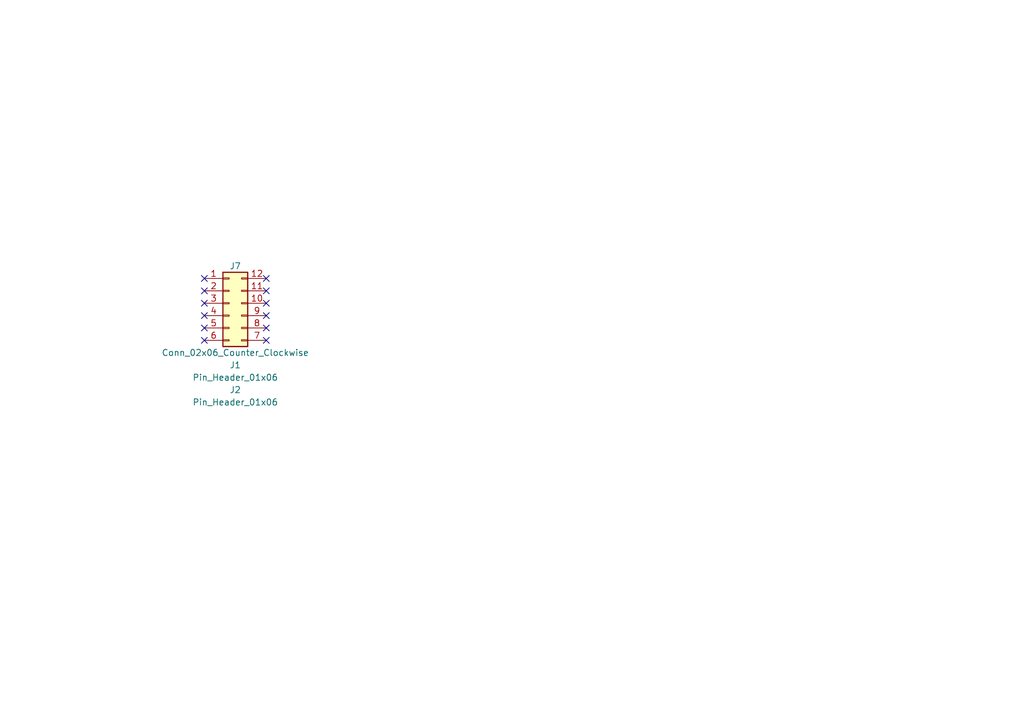
<source format=kicad_sch>
(kicad_sch (version 20250114) (generator "eeschema") (generator_version "9.0")
  (paper "A5")
  (title_block (title "Board 2x06 W22.86") (date "2025-09-29") (rev "V0"))
  (lib_symbols
    (symbol "Connector_Generic:Conn_02x06_Counter_Clockwise" (pin_names (offset 1.016) (hide yes))
      (property "Reference" "J" (at 1.27 7.62 0))
      (property "Value" "Conn_02x06_Counter_Clockwise" (at 1.27 -10.16 0))
      (symbol "Conn_02x06_Counter_Clockwise_1_1"
        (rectangle (start -1.27 6.35) (end 3.81 -8.89) (stroke (width 0.254)) (fill (type background)))
        (rectangle (start -1.27 5.207) (end 0 4.953) (stroke (width 0.1524)))
        (rectangle (start -1.27 2.667) (end 0 2.413) (stroke (width 0.1524)))
        (rectangle (start -1.27 0.127) (end 0 -0.127) (stroke (width 0.1524)))
        (rectangle (start -1.27 -2.413) (end 0 -2.667) (stroke (width 0.1524)))
        (rectangle (start -1.27 -4.953) (end 0 -5.207) (stroke (width 0.1524)))
        (rectangle (start -1.27 -7.493) (end 0 -7.747) (stroke (width 0.1524)))
        (rectangle (start 3.81 5.207) (end 2.54 4.953) (stroke (width 0.1524)))
        (rectangle (start 3.81 2.667) (end 2.54 2.413) (stroke (width 0.1524)))
        (rectangle (start 3.81 0.127) (end 2.54 -0.127) (stroke (width 0.1524)))
        (rectangle (start 3.81 -2.413) (end 2.54 -2.667) (stroke (width 0.1524)))
        (rectangle (start 3.81 -4.953) (end 2.54 -5.207) (stroke (width 0.1524)))
        (rectangle (start 3.81 -7.493) (end 2.54 -7.747) (stroke (width 0.1524)))
        (pin passive line (at -5.08 5.08 0) (length 3.81) (name "Pin_1") (number "1"))
        (pin passive line (at -5.08 2.54 0) (length 3.81) (name "Pin_2") (number "2"))
        (pin passive line (at -5.08 0 0) (length 3.81) (name "Pin_3") (number "3"))
        (pin passive line (at -5.08 -2.54 0) (length 3.81) (name "Pin_4") (number "4"))
        (pin passive line (at -5.08 -5.08 0) (length 3.81) (name "Pin_5") (number "5"))
        (pin passive line (at -5.08 -7.62 0) (length 3.81) (name "Pin_6") (number "6"))
        (pin passive line (at 7.62 5.08 180) (length 3.81) (name "Pin_12") (number "12"))
        (pin passive line (at 7.62 2.54 180) (length 3.81) (name "Pin_11") (number "11"))
        (pin passive line (at 7.62 0 180) (length 3.81) (name "Pin_10") (number "10"))
        (pin passive line (at 7.62 -2.54 180) (length 3.81) (name "Pin_9") (number "9"))
        (pin passive line (at 7.62 -5.08 180) (length 3.81) (name "Pin_8") (number "8"))
        (pin passive line (at 7.62 -7.62 180) (length 3.81) (name "Pin_7") (number "7"))
      )
    )
    (symbol "HCP65:Pin_Header_01x06" (pin_names (offset 1.016) (hide yes))
      (property "Reference" "J" (at 0 1.27 0))
      (property "Value" "Pin_Header_01x06" (at 0 -1.27 0))
    )
  )
  (no_connect (at 41.91 64.77))
  (no_connect (at 41.91 67.31))
  (no_connect (at 54.61 59.69))
  (no_connect (at 54.61 57.15))
  (no_connect (at 54.61 69.85))
  (no_connect (at 41.91 69.85))
  (no_connect (at 41.91 57.15))
  (no_connect (at 54.61 64.77))
  (no_connect (at 54.61 67.31))
  (no_connect (at 41.91 59.69))
  (no_connect (at 54.61 62.23))
  (no_connect (at 41.91 62.23))
  (symbol (lib_id "Connector_Generic:Conn_02x06_Counter_Clockwise") (at 46.99 62.23 0) (unit 1)
    (property "Reference" "J7" (at 48.26 54.61 0))
    (property "Value" "Conn_02x06_Counter_Clockwise" (at 48.26 72.39 0))
    (property "Description" "Generic connector, double row, 02x06, counter clockwise pin numbering scheme (similar to DIP package numbering), script generated (kicad-library-utils/schlib/autogen/connector/)" (effects (hide yes)))
  )
  (symbol (lib_id "HCP65:Pin_Header_01x06") (at 48.26 76.2 0) (mirror y) (unit 1)
    (property "Reference" "J1" (at 48.26 74.93 0))
    (property "Value" "Pin_Header_01x06" (at 48.26 77.47 0))
    (property "Footprint" "SamacSys_Parts:PinHeader_1x06_P2.54mm_Vertical" (effects (hide yes)))
  )
  (symbol (lib_id "HCP65:Pin_Header_01x06") (at 48.26 81.28 0) (unit 1)
    (property "Reference" "J2" (at 48.26 80.01 0))
    (property "Value" "Pin_Header_01x06" (at 48.26 82.55 0))
    (property "Footprint" "SamacSys_Parts:PinHeader_1x06_P2.54mm_Vertical" (effects (hide yes)))
  )
)
</source>
